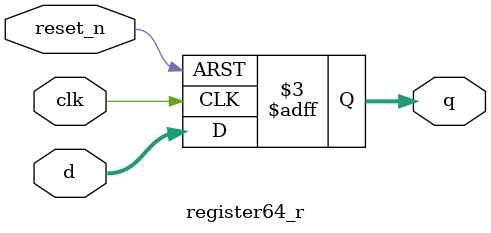
<source format=v>
module register64_r(clk, reset_n, d, q);				//64bits resettable D Flip-Flop
	input clk, reset_n;
	input [63:0] d;											//input define
	output reg [63:0] q;										//output define
	
	always@ (posedge clk or negedge reset_n) begin	//clock is rising edge and reset_n is falling edge
		if(~reset_n) q <= 64'b0;
		else q <= d;
	end

endmodule

</source>
